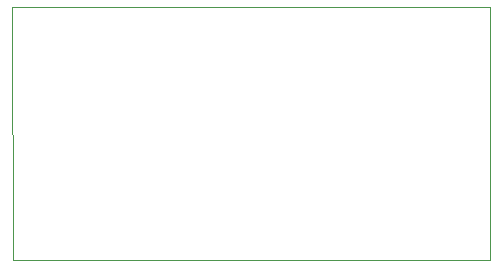
<source format=gbr>
%TF.GenerationSoftware,KiCad,Pcbnew,7.0.11+dfsg-1build4*%
%TF.CreationDate,2025-11-28T20:59:08+01:00*%
%TF.ProjectId,ParaMETEO-reset-adapter,50617261-4d45-4544-954f-2d7265736574,rev?*%
%TF.SameCoordinates,Original*%
%TF.FileFunction,Profile,NP*%
%FSLAX46Y46*%
G04 Gerber Fmt 4.6, Leading zero omitted, Abs format (unit mm)*
G04 Created by KiCad (PCBNEW 7.0.11+dfsg-1build4) date 2025-11-28 20:59:08*
%MOMM*%
%LPD*%
G01*
G04 APERTURE LIST*
%TA.AperFunction,Profile*%
%ADD10C,0.050000*%
%TD*%
G04 APERTURE END LIST*
D10*
X135890000Y-72390000D02*
X176276000Y-72390000D01*
X176276000Y-72390000D02*
X176276000Y-51816000D01*
X135850000Y-50900000D02*
X135890000Y-72390000D01*
X176276000Y-51816000D02*
X176275000Y-50900000D01*
X176275000Y-50900000D02*
X135850000Y-50900000D01*
M02*

</source>
